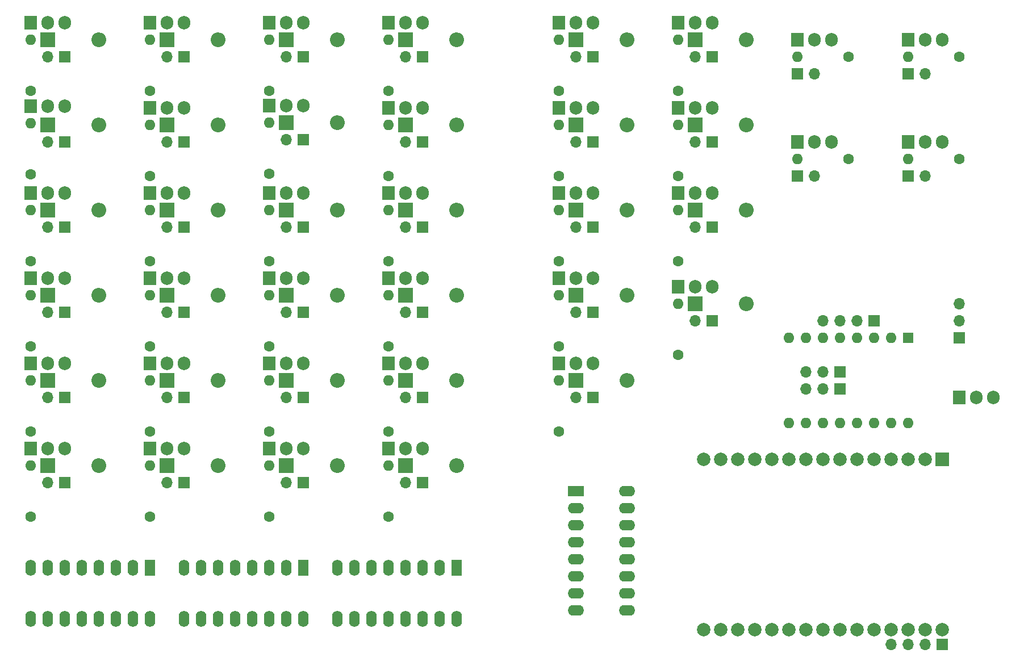
<source format=gbr>
%TF.GenerationSoftware,KiCad,Pcbnew,(6.0.8)*%
%TF.CreationDate,2022-12-05T17:36:04-05:00*%
%TF.ProjectId,MIDIViolina,4d494449-5669-46f6-9c69-6e612e6b6963,1.00*%
%TF.SameCoordinates,PX42998f8PY853a720*%
%TF.FileFunction,Soldermask,Bot*%
%TF.FilePolarity,Negative*%
%FSLAX46Y46*%
G04 Gerber Fmt 4.6, Leading zero omitted, Abs format (unit mm)*
G04 Created by KiCad (PCBNEW (6.0.8)) date 2022-12-05 17:36:04*
%MOMM*%
%LPD*%
G01*
G04 APERTURE LIST*
%ADD10C,1.600000*%
%ADD11O,1.600000X1.600000*%
%ADD12R,1.905000X2.000000*%
%ADD13O,1.905000X2.000000*%
%ADD14R,1.700000X1.700000*%
%ADD15O,1.700000X1.700000*%
%ADD16R,2.200000X2.200000*%
%ADD17O,2.200000X2.200000*%
%ADD18O,1.600000X2.400000*%
%ADD19R,1.600000X2.400000*%
%ADD20R,1.600000X1.600000*%
%ADD21R,2.400000X1.600000*%
%ADD22O,2.400000X1.600000*%
%ADD23R,2.000000X2.000000*%
%ADD24C,2.000000*%
G04 APERTURE END LIST*
D10*
%TO.C,R5*%
X81295000Y34290000D03*
D11*
X81295000Y41910000D03*
%TD*%
D12*
%TO.C,Q5*%
X81295000Y44450000D03*
D13*
X83835000Y44450000D03*
X86375000Y44450000D03*
%TD*%
D14*
%TO.C,J7*%
X86375000Y39370000D03*
D15*
X83835000Y39370000D03*
%TD*%
D16*
%TO.C,D1*%
X83835000Y41910000D03*
D17*
X91455000Y41910000D03*
%TD*%
D18*
%TO.C,U6*%
X66040000Y6365000D03*
X63500000Y6365000D03*
X60960000Y6365000D03*
X58420000Y6365000D03*
X55880000Y6365000D03*
X53340000Y6365000D03*
X50800000Y6365000D03*
X48260000Y6365000D03*
X48260000Y13985000D03*
X50800000Y13985000D03*
X53340000Y13985000D03*
X55880000Y13985000D03*
X58420000Y13985000D03*
X60960000Y13985000D03*
X63500000Y13985000D03*
D19*
X66040000Y13985000D03*
%TD*%
D12*
%TO.C,U1*%
X140985000Y39370000D03*
D13*
X143525000Y39370000D03*
X146065000Y39370000D03*
%TD*%
D17*
%TO.C,D20*%
X91455000Y54610000D03*
D16*
X83835000Y54610000D03*
%TD*%
D13*
%TO.C,Q9*%
X25415000Y82550000D03*
X22875000Y82550000D03*
D12*
X20335000Y82550000D03*
%TD*%
D17*
%TO.C,D19*%
X48275000Y54610000D03*
D16*
X40655000Y54610000D03*
%TD*%
D17*
%TO.C,D31*%
X12715000Y41910000D03*
D16*
X5095000Y41910000D03*
%TD*%
D11*
%TO.C,R20*%
X20335000Y41910000D03*
D10*
X20335000Y34290000D03*
%TD*%
D13*
%TO.C,Q33*%
X60975000Y57150000D03*
X58435000Y57150000D03*
D12*
X55895000Y57150000D03*
%TD*%
D17*
%TO.C,D11*%
X30495000Y92710000D03*
D16*
X22875000Y92710000D03*
%TD*%
D10*
%TO.C,R12*%
X81295000Y72390000D03*
D11*
X81295000Y80010000D03*
%TD*%
D10*
%TO.C,R1*%
X140985000Y90170000D03*
D11*
X133365000Y90170000D03*
%TD*%
D15*
%TO.C,J28*%
X40655000Y52070000D03*
D14*
X43195000Y52070000D03*
%TD*%
%TO.C,J9*%
X138435000Y2540000D03*
D15*
X135895000Y2540000D03*
X133355000Y2540000D03*
X130815000Y2540000D03*
%TD*%
%TO.C,J36*%
X5095000Y52070000D03*
D14*
X7635000Y52070000D03*
%TD*%
D12*
%TO.C,Q2*%
X133365000Y77470000D03*
D13*
X135905000Y77470000D03*
X138445000Y77470000D03*
%TD*%
%TO.C,Q15*%
X25415000Y95250000D03*
X22875000Y95250000D03*
D12*
X20335000Y95250000D03*
%TD*%
%TO.C,Q7*%
X99075000Y69850000D03*
D13*
X101615000Y69850000D03*
X104155000Y69850000D03*
%TD*%
D20*
%TO.C,A1*%
X133365000Y48250000D03*
D11*
X130825000Y48250000D03*
X128285000Y48250000D03*
X125745000Y48250000D03*
X123205000Y48250000D03*
X120665000Y48250000D03*
X118125000Y48250000D03*
X115585000Y48250000D03*
X115585000Y35550000D03*
X118125000Y35550000D03*
X120665000Y35550000D03*
X123205000Y35550000D03*
X125745000Y35550000D03*
X128285000Y35550000D03*
X130825000Y35550000D03*
X133365000Y35550000D03*
%TD*%
D16*
%TO.C,D2*%
X83835000Y92710000D03*
D17*
X91455000Y92710000D03*
%TD*%
D12*
%TO.C,Q12*%
X81295000Y82550000D03*
D13*
X83835000Y82550000D03*
X86375000Y82550000D03*
%TD*%
%TO.C,Q24*%
X86375000Y57150000D03*
X83835000Y57150000D03*
D12*
X81295000Y57150000D03*
%TD*%
D13*
%TO.C,Q10*%
X43195000Y31750000D03*
X40655000Y31750000D03*
D12*
X38115000Y31750000D03*
%TD*%
D11*
%TO.C,R17*%
X20335000Y54610000D03*
D10*
X20335000Y46990000D03*
%TD*%
D13*
%TO.C,Q23*%
X43195000Y57150000D03*
X40655000Y57150000D03*
D12*
X38115000Y57150000D03*
%TD*%
D13*
%TO.C,Q13*%
X7635000Y95250000D03*
X5095000Y95250000D03*
D12*
X2555000Y95250000D03*
%TD*%
D17*
%TO.C,D18*%
X66055000Y80010000D03*
D16*
X58435000Y80010000D03*
%TD*%
D15*
%TO.C,J27*%
X58435000Y77470000D03*
D14*
X60975000Y77470000D03*
%TD*%
D17*
%TO.C,D4*%
X12715000Y29210000D03*
D16*
X5095000Y29210000D03*
%TD*%
D11*
%TO.C,R8*%
X2555000Y29210000D03*
D10*
X2555000Y21590000D03*
%TD*%
D12*
%TO.C,Q1*%
X133365000Y92710000D03*
D13*
X135905000Y92710000D03*
X138445000Y92710000D03*
%TD*%
D14*
%TO.C,J3*%
X116855000Y72390000D03*
D15*
X119395000Y72390000D03*
%TD*%
D17*
%TO.C,D28*%
X48275000Y67310000D03*
D16*
X40655000Y67310000D03*
%TD*%
D13*
%TO.C,Q20*%
X25415000Y44450000D03*
X22875000Y44450000D03*
D12*
X20335000Y44450000D03*
%TD*%
D11*
%TO.C,R9*%
X20335000Y80010000D03*
D10*
X20335000Y72390000D03*
%TD*%
D11*
%TO.C,R37*%
X55895000Y41910000D03*
D10*
X55895000Y34290000D03*
%TD*%
%TO.C,R7*%
X99075000Y59690000D03*
D11*
X99075000Y67310000D03*
%TD*%
D14*
%TO.C,J17*%
X86375000Y77470000D03*
D15*
X83835000Y77470000D03*
%TD*%
D11*
%TO.C,R32*%
X38115000Y67310000D03*
D10*
X38115000Y59690000D03*
%TD*%
D14*
%TO.C,J5*%
X140985000Y48275000D03*
D15*
X140985000Y50815000D03*
X140985000Y53355000D03*
%TD*%
D14*
%TO.C,J12*%
X104155000Y64770000D03*
D15*
X101615000Y64770000D03*
%TD*%
D11*
%TO.C,R16*%
X55895000Y92710000D03*
D10*
X55895000Y85090000D03*
%TD*%
D17*
%TO.C,D17*%
X48275000Y92710000D03*
D16*
X40655000Y92710000D03*
%TD*%
D12*
%TO.C,Q18*%
X81295000Y69850000D03*
D13*
X83835000Y69850000D03*
X86375000Y69850000D03*
%TD*%
D15*
%TO.C,J20*%
X22875000Y90170000D03*
D14*
X25415000Y90170000D03*
%TD*%
D15*
%TO.C,J25*%
X22875000Y39370000D03*
D14*
X25415000Y39370000D03*
%TD*%
D11*
%TO.C,R25*%
X2555000Y67310000D03*
D10*
X2555000Y59690000D03*
%TD*%
D12*
%TO.C,Q34*%
X99075000Y82550000D03*
D13*
X101615000Y82550000D03*
X104155000Y82550000D03*
%TD*%
D15*
%TO.C,J29*%
X83835000Y52070000D03*
D14*
X86375000Y52070000D03*
%TD*%
D15*
%TO.C,J34*%
X58435000Y26670000D03*
D14*
X60975000Y26670000D03*
%TD*%
D17*
%TO.C,D22*%
X30495000Y29210000D03*
D16*
X22875000Y29210000D03*
%TD*%
D15*
%TO.C,J38*%
X58435000Y52070000D03*
D14*
X60975000Y52070000D03*
%TD*%
D11*
%TO.C,R15*%
X20335000Y92710000D03*
D10*
X20335000Y85090000D03*
%TD*%
D13*
%TO.C,Q29*%
X60975000Y31750000D03*
X58435000Y31750000D03*
D12*
X55895000Y31750000D03*
%TD*%
D15*
%TO.C,J31*%
X22875000Y26670000D03*
D14*
X25415000Y26670000D03*
%TD*%
D17*
%TO.C,D15*%
X12715000Y80010000D03*
D16*
X5095000Y80010000D03*
%TD*%
D13*
%TO.C,Q8*%
X7635000Y31750000D03*
X5095000Y31750000D03*
D12*
X2555000Y31750000D03*
%TD*%
D14*
%TO.C,J2*%
X133365000Y72390000D03*
D15*
X135905000Y72390000D03*
%TD*%
D10*
%TO.C,R4*%
X124475000Y90170000D03*
D11*
X116855000Y90170000D03*
%TD*%
D13*
%TO.C,Q21*%
X43195000Y95250000D03*
X40655000Y95250000D03*
D12*
X38115000Y95250000D03*
%TD*%
D11*
%TO.C,R31*%
X2555000Y54610000D03*
D10*
X2555000Y46990000D03*
%TD*%
D17*
%TO.C,D5*%
X30495000Y80010000D03*
D16*
X22875000Y80010000D03*
%TD*%
D11*
%TO.C,R24*%
X81295000Y54610000D03*
D10*
X81295000Y46990000D03*
%TD*%
D14*
%TO.C,J4*%
X116855000Y87630000D03*
D15*
X119395000Y87630000D03*
%TD*%
D14*
%TO.C,J1*%
X133365000Y87630000D03*
D15*
X135905000Y87630000D03*
%TD*%
D11*
%TO.C,R27*%
X38115000Y80335000D03*
D10*
X38115000Y72715000D03*
%TD*%
D15*
%TO.C,J42*%
X58435000Y39370000D03*
D14*
X60975000Y39370000D03*
%TD*%
D10*
%TO.C,R34*%
X99075000Y72390000D03*
D11*
X99075000Y80010000D03*
%TD*%
D15*
%TO.C,J14*%
X22875000Y77470000D03*
D14*
X25415000Y77470000D03*
%TD*%
D16*
%TO.C,D7*%
X101615000Y53340000D03*
D17*
X109235000Y53340000D03*
%TD*%
D15*
%TO.C,J19*%
X22875000Y64770000D03*
D14*
X25415000Y64770000D03*
%TD*%
D11*
%TO.C,R33*%
X55895000Y54610000D03*
D10*
X55895000Y46990000D03*
%TD*%
D11*
%TO.C,R36*%
X38115000Y41910000D03*
D10*
X38115000Y34290000D03*
%TD*%
D11*
%TO.C,R28*%
X55895000Y67310000D03*
D10*
X55895000Y59690000D03*
%TD*%
%TO.C,R11*%
X99075000Y45720000D03*
D11*
X99075000Y53340000D03*
%TD*%
%TO.C,R19*%
X2555000Y80270000D03*
D10*
X2555000Y72650000D03*
%TD*%
D15*
%TO.C,J21*%
X58435000Y90170000D03*
D14*
X60975000Y90170000D03*
%TD*%
D13*
%TO.C,Q31*%
X7635000Y57150000D03*
X5095000Y57150000D03*
D12*
X2555000Y57150000D03*
%TD*%
D11*
%TO.C,R23*%
X38115000Y54610000D03*
D10*
X38115000Y46990000D03*
%TD*%
D14*
%TO.C,J39*%
X104155000Y77470000D03*
D15*
X101615000Y77470000D03*
%TD*%
D10*
%TO.C,R3*%
X124475000Y74930000D03*
D11*
X116855000Y74930000D03*
%TD*%
D15*
%TO.C,J26*%
X40655000Y90170000D03*
D14*
X43195000Y90170000D03*
%TD*%
D15*
%TO.C,J32*%
X40655000Y77795000D03*
D14*
X43195000Y77795000D03*
%TD*%
D12*
%TO.C,Q3*%
X116855000Y77470000D03*
D13*
X119395000Y77470000D03*
X121935000Y77470000D03*
%TD*%
D15*
%TO.C,J22*%
X22875000Y52070000D03*
D14*
X25415000Y52070000D03*
%TD*%
D21*
%TO.C,U3*%
X83820000Y25385000D03*
D22*
X83820000Y22845000D03*
X83820000Y20305000D03*
X83820000Y17765000D03*
X83820000Y15225000D03*
X83820000Y12685000D03*
X83820000Y10145000D03*
X83820000Y7605000D03*
X91440000Y7605000D03*
X91440000Y10145000D03*
X91440000Y12685000D03*
X91440000Y15225000D03*
X91440000Y17765000D03*
X91440000Y20305000D03*
X91440000Y22845000D03*
X91440000Y25385000D03*
%TD*%
D17*
%TO.C,D13*%
X30495000Y54610000D03*
D16*
X22875000Y54610000D03*
%TD*%
D13*
%TO.C,Q17*%
X25415000Y57150000D03*
X22875000Y57150000D03*
D12*
X20335000Y57150000D03*
%TD*%
%TO.C,Q4*%
X116855000Y92710000D03*
D13*
X119395000Y92710000D03*
X121935000Y92710000D03*
%TD*%
D12*
%TO.C,Q30*%
X99075000Y95250000D03*
D13*
X101615000Y95250000D03*
X104155000Y95250000D03*
%TD*%
D16*
%TO.C,D26*%
X101615000Y92710000D03*
D17*
X109235000Y92710000D03*
%TD*%
D18*
%TO.C,U5*%
X43180000Y6365000D03*
X40640000Y6365000D03*
X38100000Y6365000D03*
X35560000Y6365000D03*
X33020000Y6365000D03*
X30480000Y6365000D03*
X27940000Y6365000D03*
X25400000Y6365000D03*
X25400000Y13985000D03*
X27940000Y13985000D03*
X30480000Y13985000D03*
X33020000Y13985000D03*
X35560000Y13985000D03*
X38100000Y13985000D03*
X40640000Y13985000D03*
D19*
X43180000Y13985000D03*
%TD*%
D14*
%TO.C,J11*%
X86375000Y90170000D03*
D15*
X83835000Y90170000D03*
%TD*%
D17*
%TO.C,D32*%
X48275000Y41910000D03*
D16*
X40655000Y41910000D03*
%TD*%
D11*
%TO.C,R21*%
X38115000Y92710000D03*
D10*
X38115000Y85090000D03*
%TD*%
D13*
%TO.C,Q27*%
X43195000Y82875000D03*
X40655000Y82875000D03*
D12*
X38115000Y82875000D03*
%TD*%
D17*
%TO.C,D16*%
X30495000Y41910000D03*
D16*
X22875000Y41910000D03*
%TD*%
D13*
%TO.C,Q35*%
X7635000Y44450000D03*
X5095000Y44450000D03*
D12*
X2555000Y44450000D03*
%TD*%
D13*
%TO.C,Q22*%
X60975000Y82550000D03*
X58435000Y82550000D03*
D12*
X55895000Y82550000D03*
%TD*%
D11*
%TO.C,R35*%
X2555000Y41910000D03*
D10*
X2555000Y34290000D03*
%TD*%
D15*
%TO.C,J30*%
X5095000Y64770000D03*
D14*
X7635000Y64770000D03*
%TD*%
D15*
%TO.C,J37*%
X40655000Y64770000D03*
D14*
X43195000Y64770000D03*
%TD*%
D11*
%TO.C,R26*%
X20335000Y29210000D03*
D10*
X20335000Y21590000D03*
%TD*%
D13*
%TO.C,Q26*%
X25415000Y31750000D03*
X22875000Y31750000D03*
D12*
X20335000Y31750000D03*
%TD*%
D17*
%TO.C,D6*%
X48275000Y29210000D03*
D16*
X40655000Y29210000D03*
%TD*%
D11*
%TO.C,R13*%
X2555000Y92710000D03*
D10*
X2555000Y85090000D03*
%TD*%
D12*
%TO.C,Q6*%
X81295000Y95250000D03*
D13*
X83835000Y95250000D03*
X86375000Y95250000D03*
%TD*%
D16*
%TO.C,D14*%
X83835000Y67310000D03*
D17*
X91455000Y67310000D03*
%TD*%
D11*
%TO.C,R29*%
X55895000Y29210000D03*
D10*
X55895000Y21590000D03*
%TD*%
D15*
%TO.C,J18*%
X5095000Y90170000D03*
D14*
X7635000Y90170000D03*
%TD*%
D17*
%TO.C,D29*%
X66055000Y54610000D03*
D16*
X58435000Y54610000D03*
%TD*%
D14*
%TO.C,J10*%
X128275000Y50800000D03*
D15*
X125735000Y50800000D03*
X123195000Y50800000D03*
X120655000Y50800000D03*
%TD*%
D10*
%TO.C,R18*%
X81295000Y59690000D03*
D11*
X81295000Y67310000D03*
%TD*%
%TO.C,R22*%
X55895000Y80010000D03*
D10*
X55895000Y72390000D03*
%TD*%
%TO.C,R2*%
X140985000Y74930000D03*
D11*
X133365000Y74930000D03*
%TD*%
D14*
%TO.C,J8*%
X123190000Y40640000D03*
D15*
X120650000Y40640000D03*
X118110000Y40640000D03*
%TD*%
D13*
%TO.C,Q28*%
X60975000Y69850000D03*
X58435000Y69850000D03*
D12*
X55895000Y69850000D03*
%TD*%
D17*
%TO.C,D12*%
X66055000Y92710000D03*
D16*
X58435000Y92710000D03*
%TD*%
D23*
%TO.C,U2*%
X138445000Y30115000D03*
D24*
X135905000Y30115000D03*
X133365000Y30115000D03*
X130825000Y30115000D03*
X128285000Y30115000D03*
X125745000Y30115000D03*
X123205000Y30115000D03*
X120665000Y30115000D03*
X118125000Y30115000D03*
X115585000Y30115000D03*
X113045000Y30115000D03*
X110505000Y30115000D03*
X107965000Y30115000D03*
X105425000Y30115000D03*
X102885000Y30115000D03*
X102885000Y4715000D03*
X105425000Y4715000D03*
X107965000Y4715000D03*
X110505000Y4715000D03*
X113045000Y4715000D03*
X115585000Y4715000D03*
X118125000Y4715000D03*
X120665000Y4715000D03*
X123205000Y4715000D03*
X125745000Y4715000D03*
X128285000Y4715000D03*
X130825000Y4715000D03*
X133365000Y4715000D03*
X135905000Y4715000D03*
X138445000Y4715000D03*
%TD*%
D17*
%TO.C,D25*%
X66055000Y29210000D03*
D16*
X58435000Y29210000D03*
%TD*%
D14*
%TO.C,J35*%
X104155000Y90170000D03*
D15*
X101615000Y90170000D03*
%TD*%
D16*
%TO.C,D8*%
X83835000Y80010000D03*
D17*
X91455000Y80010000D03*
%TD*%
%TO.C,D24*%
X66055000Y67310000D03*
D16*
X58435000Y67310000D03*
%TD*%
D17*
%TO.C,D21*%
X12715000Y67310000D03*
D16*
X5095000Y67310000D03*
%TD*%
D10*
%TO.C,R6*%
X81295000Y85090000D03*
D11*
X81295000Y92710000D03*
%TD*%
D15*
%TO.C,J24*%
X5095000Y77470000D03*
D14*
X7635000Y77470000D03*
%TD*%
D15*
%TO.C,J33*%
X58435000Y64770000D03*
D14*
X60975000Y64770000D03*
%TD*%
D17*
%TO.C,D9*%
X12715000Y92710000D03*
D16*
X5095000Y92710000D03*
%TD*%
D11*
%TO.C,R10*%
X38115000Y29210000D03*
D10*
X38115000Y21590000D03*
%TD*%
D17*
%TO.C,D27*%
X12715000Y54610000D03*
D16*
X5095000Y54610000D03*
%TD*%
D17*
%TO.C,D33*%
X66055000Y41910000D03*
D16*
X58435000Y41910000D03*
%TD*%
D13*
%TO.C,Q25*%
X7635000Y69850000D03*
X5095000Y69850000D03*
D12*
X2555000Y69850000D03*
%TD*%
D16*
%TO.C,D30*%
X101615000Y80010000D03*
D17*
X109235000Y80010000D03*
%TD*%
D14*
%TO.C,J23*%
X86375000Y64770000D03*
D15*
X83835000Y64770000D03*
%TD*%
D13*
%TO.C,Q32*%
X43195000Y69850000D03*
X40655000Y69850000D03*
D12*
X38115000Y69850000D03*
%TD*%
D15*
%TO.C,J15*%
X40655000Y26670000D03*
D14*
X43195000Y26670000D03*
%TD*%
D13*
%TO.C,Q19*%
X7635000Y82810000D03*
X5095000Y82810000D03*
D12*
X2555000Y82810000D03*
%TD*%
D13*
%TO.C,Q36*%
X43195000Y44450000D03*
X40655000Y44450000D03*
D12*
X38115000Y44450000D03*
%TD*%
D17*
%TO.C,D23*%
X48275000Y80335000D03*
D16*
X40655000Y80335000D03*
%TD*%
D13*
%TO.C,Q14*%
X25415000Y69850000D03*
X22875000Y69850000D03*
D12*
X20335000Y69850000D03*
%TD*%
D13*
%TO.C,Q16*%
X60975000Y95250000D03*
X58435000Y95250000D03*
D12*
X55895000Y95250000D03*
%TD*%
D17*
%TO.C,D10*%
X30495000Y67310000D03*
D16*
X22875000Y67310000D03*
%TD*%
D14*
%TO.C,J16*%
X104155000Y50800000D03*
D15*
X101615000Y50800000D03*
%TD*%
D12*
%TO.C,Q11*%
X99075000Y55880000D03*
D13*
X101615000Y55880000D03*
X104155000Y55880000D03*
%TD*%
D16*
%TO.C,D3*%
X101615000Y67310000D03*
D17*
X109235000Y67310000D03*
%TD*%
D13*
%TO.C,Q37*%
X60975000Y44450000D03*
X58435000Y44450000D03*
D12*
X55895000Y44450000D03*
%TD*%
D15*
%TO.C,J40*%
X5095000Y39370000D03*
D14*
X7635000Y39370000D03*
%TD*%
D15*
%TO.C,J41*%
X40655000Y39370000D03*
D14*
X43195000Y39370000D03*
%TD*%
D10*
%TO.C,R30*%
X99075000Y85090000D03*
D11*
X99075000Y92710000D03*
%TD*%
D18*
%TO.C,U4*%
X20320000Y6365000D03*
X17780000Y6365000D03*
X15240000Y6365000D03*
X12700000Y6365000D03*
X10160000Y6365000D03*
X7620000Y6365000D03*
X5080000Y6365000D03*
X2540000Y6365000D03*
X2540000Y13985000D03*
X5080000Y13985000D03*
X7620000Y13985000D03*
X10160000Y13985000D03*
X12700000Y13985000D03*
X15240000Y13985000D03*
X17780000Y13985000D03*
D19*
X20320000Y13985000D03*
%TD*%
D14*
%TO.C,J6*%
X123190000Y43180000D03*
D15*
X120650000Y43180000D03*
X118110000Y43180000D03*
%TD*%
D11*
%TO.C,R14*%
X20335000Y67310000D03*
D10*
X20335000Y59690000D03*
%TD*%
D15*
%TO.C,J13*%
X5095000Y26670000D03*
D14*
X7635000Y26670000D03*
%TD*%
M02*

</source>
